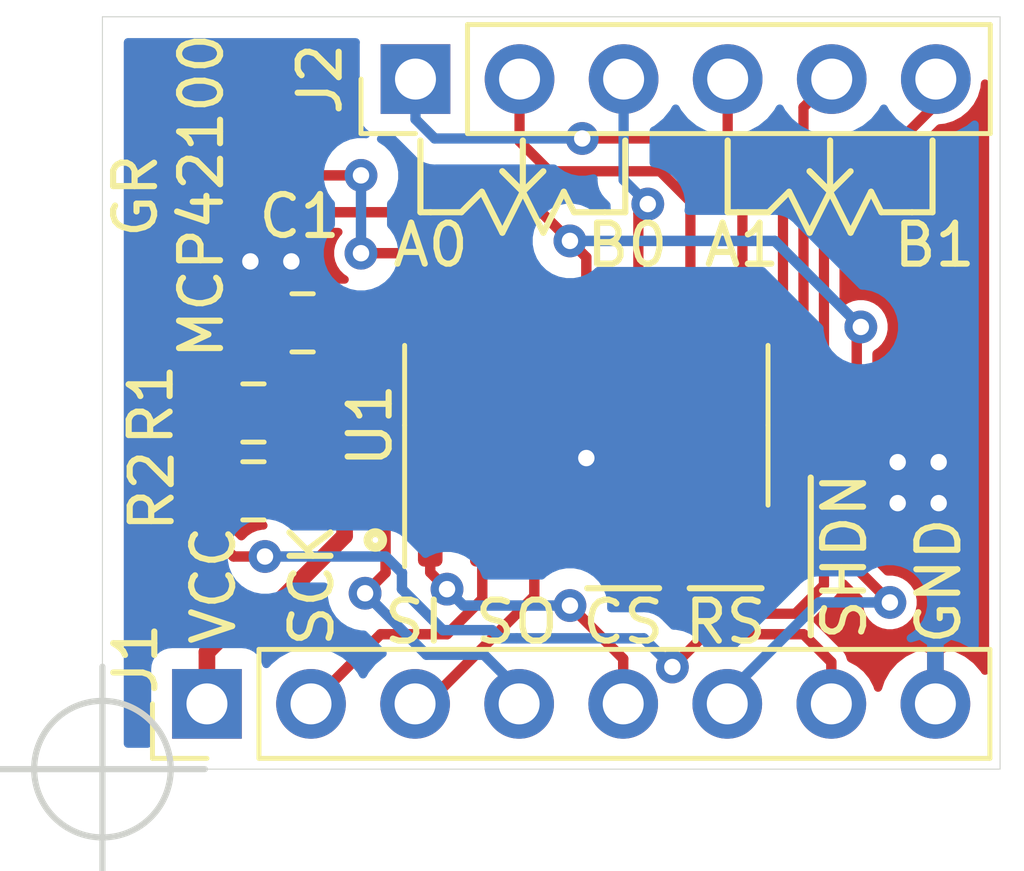
<source format=kicad_pcb>
(kicad_pcb (version 20171130) (host pcbnew "(5.1.2-1)-1")

  (general
    (thickness 1.6)
    (drawings 52)
    (tracks 130)
    (zones 0)
    (modules 6)
    (nets 15)
  )

  (page A4)
  (layers
    (0 F.Cu signal)
    (31 B.Cu signal)
    (32 B.Adhes user hide)
    (33 F.Adhes user hide)
    (34 B.Paste user hide)
    (35 F.Paste user hide)
    (36 B.SilkS user)
    (37 F.SilkS user)
    (38 B.Mask user hide)
    (39 F.Mask user hide)
    (40 Dwgs.User user hide)
    (41 Cmts.User user hide)
    (42 Eco1.User user hide)
    (43 Eco2.User user hide)
    (44 Edge.Cuts user)
    (45 Margin user hide)
    (46 B.CrtYd user hide)
    (47 F.CrtYd user hide)
    (48 B.Fab user hide)
    (49 F.Fab user hide)
  )

  (setup
    (last_trace_width 0.254)
    (user_trace_width 0.2032)
    (user_trace_width 0.254)
    (user_trace_width 0.3048)
    (user_trace_width 0.4064)
    (user_trace_width 0.6096)
    (user_trace_width 1.016)
    (trace_clearance 0.2)
    (zone_clearance 0.381)
    (zone_45_only no)
    (trace_min 0.1524)
    (via_size 0.8)
    (via_drill 0.4)
    (via_min_size 0.658)
    (via_min_drill 0.3)
    (user_via 0.658 0.3)
    (uvia_size 0.3)
    (uvia_drill 0.1)
    (uvias_allowed no)
    (uvia_min_size 0.2)
    (uvia_min_drill 0.1)
    (edge_width 0.15)
    (segment_width 0.2)
    (pcb_text_width 0.3)
    (pcb_text_size 1.5 1.5)
    (mod_edge_width 0.15)
    (mod_text_size 0.8 0.8)
    (mod_text_width 0.15)
    (pad_size 3.200001 3.200001)
    (pad_drill 3.200001)
    (pad_to_mask_clearance 0)
    (aux_axis_origin 109.2 96.364)
    (grid_origin 88.011 136.271)
    (visible_elements FFFFFF7F)
    (pcbplotparams
      (layerselection 0x010f8_ffffffff)
      (usegerberextensions false)
      (usegerberattributes false)
      (usegerberadvancedattributes false)
      (creategerberjobfile false)
      (excludeedgelayer true)
      (linewidth 0.152400)
      (plotframeref false)
      (viasonmask false)
      (mode 1)
      (useauxorigin false)
      (hpglpennumber 1)
      (hpglpenspeed 20)
      (hpglpendiameter 15.000000)
      (psnegative false)
      (psa4output false)
      (plotreference true)
      (plotvalue false)
      (plotinvisibletext false)
      (padsonsilk false)
      (subtractmaskfromsilk false)
      (outputformat 1)
      (mirror false)
      (drillshape 0)
      (scaleselection 1)
      (outputdirectory "Output/"))
  )

  (net 0 "")
  (net 1 GNDREF)
  (net 2 VCC)
  (net 3 /SCK)
  (net 4 /SI)
  (net 5 /SO)
  (net 6 /~CS)
  (net 7 /~RS)
  (net 8 /~SHDN)
  (net 9 /PA0)
  (net 10 /PW0)
  (net 11 /PB0)
  (net 12 /PA1)
  (net 13 /PW1)
  (net 14 /PB1)

  (net_class Default "This is the default net class."
    (clearance 0.2)
    (trace_width 0.25)
    (via_dia 0.8)
    (via_drill 0.4)
    (uvia_dia 0.3)
    (uvia_drill 0.1)
    (add_net /PA0)
    (add_net /PA1)
    (add_net /PB0)
    (add_net /PB1)
    (add_net /PW0)
    (add_net /PW1)
    (add_net /SCK)
    (add_net /SI)
    (add_net /SO)
    (add_net /~CS)
    (add_net /~RS)
    (add_net /~SHDN)
    (add_net GNDREF)
    (add_net VCC)
  )

  (net_class PWR ""
    (clearance 0.254)
    (trace_width 0.508)
    (via_dia 0.8)
    (via_drill 0.4)
    (uvia_dia 0.3)
    (uvia_drill 0.1)
  )

  (net_class Signals ""
    (clearance 0.254)
    (trace_width 0.4064)
    (via_dia 0.8)
    (via_drill 0.4)
    (uvia_dia 0.3)
    (uvia_drill 0.1)
  )

  (module Resistor_SMD:R_0805_2012Metric_Pad1.15x1.40mm_HandSolder (layer F.Cu) (tedit 5B36C52B) (tstamp 63D6F511)
    (at 112.886 89.571 180)
    (descr "Resistor SMD 0805 (2012 Metric), square (rectangular) end terminal, IPC_7351 nominal with elongated pad for handsoldering. (Body size source: https://docs.google.com/spreadsheets/d/1BsfQQcO9C6DZCsRaXUlFlo91Tg2WpOkGARC1WS5S8t0/edit?usp=sharing), generated with kicad-footprint-generator")
    (tags "resistor handsolder")
    (path /60C1BA7F)
    (attr smd)
    (fp_text reference R2 (at 2.475 0 90) (layer F.SilkS)
      (effects (font (size 1 1) (thickness 0.15)))
    )
    (fp_text value 10K (at 0 1.65) (layer F.Fab)
      (effects (font (size 1 1) (thickness 0.15)))
    )
    (fp_text user %R (at 0 0) (layer F.Fab)
      (effects (font (size 0.5 0.5) (thickness 0.08)))
    )
    (fp_line (start 1.85 0.95) (end -1.85 0.95) (layer F.CrtYd) (width 0.05))
    (fp_line (start 1.85 -0.95) (end 1.85 0.95) (layer F.CrtYd) (width 0.05))
    (fp_line (start -1.85 -0.95) (end 1.85 -0.95) (layer F.CrtYd) (width 0.05))
    (fp_line (start -1.85 0.95) (end -1.85 -0.95) (layer F.CrtYd) (width 0.05))
    (fp_line (start -0.261252 0.71) (end 0.261252 0.71) (layer F.SilkS) (width 0.12))
    (fp_line (start -0.261252 -0.71) (end 0.261252 -0.71) (layer F.SilkS) (width 0.12))
    (fp_line (start 1 0.6) (end -1 0.6) (layer F.Fab) (width 0.1))
    (fp_line (start 1 -0.6) (end 1 0.6) (layer F.Fab) (width 0.1))
    (fp_line (start -1 -0.6) (end 1 -0.6) (layer F.Fab) (width 0.1))
    (fp_line (start -1 0.6) (end -1 -0.6) (layer F.Fab) (width 0.1))
    (pad 2 smd roundrect (at 1.025 0 180) (size 1.15 1.4) (layers F.Cu F.Paste F.Mask) (roundrect_rratio 0.217391)
      (net 8 /~SHDN))
    (pad 1 smd roundrect (at -1.025 0 180) (size 1.15 1.4) (layers F.Cu F.Paste F.Mask) (roundrect_rratio 0.217391)
      (net 2 VCC))
    (model ${KISYS3DMOD}/Resistor_SMD.3dshapes/R_0805_2012Metric.wrl
      (at (xyz 0 0 0))
      (scale (xyz 1 1 1))
      (rotate (xyz 0 0 0))
    )
  )

  (module Capacitor_SMD:C_0805_2012Metric_Pad1.15x1.40mm_HandSolder (layer F.Cu) (tedit 5B36C52B) (tstamp 63D6E72C)
    (at 114.086 85.471 180)
    (descr "Capacitor SMD 0805 (2012 Metric), square (rectangular) end terminal, IPC_7351 nominal with elongated pad for handsoldering. (Body size source: https://docs.google.com/spreadsheets/d/1BsfQQcO9C6DZCsRaXUlFlo91Tg2WpOkGARC1WS5S8t0/edit?usp=sharing), generated with kicad-footprint-generator")
    (tags "capacitor handsolder")
    (path /63DC99A3)
    (attr smd)
    (fp_text reference C1 (at 0.075 2.6) (layer F.SilkS)
      (effects (font (size 1 1) (thickness 0.15)))
    )
    (fp_text value 100nF (at 0 1.65) (layer F.Fab)
      (effects (font (size 1 1) (thickness 0.15)))
    )
    (fp_text user %R (at 0 0) (layer F.Fab)
      (effects (font (size 0.5 0.5) (thickness 0.08)))
    )
    (fp_line (start 1.85 0.95) (end -1.85 0.95) (layer F.CrtYd) (width 0.05))
    (fp_line (start 1.85 -0.95) (end 1.85 0.95) (layer F.CrtYd) (width 0.05))
    (fp_line (start -1.85 -0.95) (end 1.85 -0.95) (layer F.CrtYd) (width 0.05))
    (fp_line (start -1.85 0.95) (end -1.85 -0.95) (layer F.CrtYd) (width 0.05))
    (fp_line (start -0.261252 0.71) (end 0.261252 0.71) (layer F.SilkS) (width 0.12))
    (fp_line (start -0.261252 -0.71) (end 0.261252 -0.71) (layer F.SilkS) (width 0.12))
    (fp_line (start 1 0.6) (end -1 0.6) (layer F.Fab) (width 0.1))
    (fp_line (start 1 -0.6) (end 1 0.6) (layer F.Fab) (width 0.1))
    (fp_line (start -1 -0.6) (end 1 -0.6) (layer F.Fab) (width 0.1))
    (fp_line (start -1 0.6) (end -1 -0.6) (layer F.Fab) (width 0.1))
    (pad 2 smd roundrect (at 1.025 0 180) (size 1.15 1.4) (layers F.Cu F.Paste F.Mask) (roundrect_rratio 0.217391)
      (net 1 GNDREF))
    (pad 1 smd roundrect (at -1.025 0 180) (size 1.15 1.4) (layers F.Cu F.Paste F.Mask) (roundrect_rratio 0.217391)
      (net 2 VCC))
    (model ${KISYS3DMOD}/Capacitor_SMD.3dshapes/C_0805_2012Metric.wrl
      (at (xyz 0 0 0))
      (scale (xyz 1 1 1))
      (rotate (xyz 0 0 0))
    )
  )

  (module Connector_PinHeader_2.54mm:PinHeader_1x08_P2.54mm_Vertical (layer F.Cu) (tedit 59FED5CC) (tstamp 6521D8E1)
    (at 111.751 94.771 90)
    (descr "Through hole straight pin header, 1x08, 2.54mm pitch, single row")
    (tags "Through hole pin header THT 1x08 2.54mm single row")
    (path /65230E45)
    (fp_text reference J1 (at 1.1 -1.74 270) (layer F.SilkS)
      (effects (font (size 1 1) (thickness 0.15)))
    )
    (fp_text value Conn_01x08 (at 0 20.11 90) (layer F.Fab)
      (effects (font (size 1 1) (thickness 0.15)))
    )
    (fp_line (start -0.635 -1.27) (end 1.27 -1.27) (layer F.Fab) (width 0.1))
    (fp_line (start 1.27 -1.27) (end 1.27 19.05) (layer F.Fab) (width 0.1))
    (fp_line (start 1.27 19.05) (end -1.27 19.05) (layer F.Fab) (width 0.1))
    (fp_line (start -1.27 19.05) (end -1.27 -0.635) (layer F.Fab) (width 0.1))
    (fp_line (start -1.27 -0.635) (end -0.635 -1.27) (layer F.Fab) (width 0.1))
    (fp_line (start -1.33 19.11) (end 1.33 19.11) (layer F.SilkS) (width 0.12))
    (fp_line (start -1.33 1.27) (end -1.33 19.11) (layer F.SilkS) (width 0.12))
    (fp_line (start 1.33 1.27) (end 1.33 19.11) (layer F.SilkS) (width 0.12))
    (fp_line (start -1.33 1.27) (end 1.33 1.27) (layer F.SilkS) (width 0.12))
    (fp_line (start -1.33 0) (end -1.33 -1.33) (layer F.SilkS) (width 0.12))
    (fp_line (start -1.33 -1.33) (end 0 -1.33) (layer F.SilkS) (width 0.12))
    (fp_line (start -1.8 -1.8) (end -1.8 19.55) (layer F.CrtYd) (width 0.05))
    (fp_line (start -1.8 19.55) (end 1.8 19.55) (layer F.CrtYd) (width 0.05))
    (fp_line (start 1.8 19.55) (end 1.8 -1.8) (layer F.CrtYd) (width 0.05))
    (fp_line (start 1.8 -1.8) (end -1.8 -1.8) (layer F.CrtYd) (width 0.05))
    (fp_text user %R (at 0 8.89) (layer F.Fab)
      (effects (font (size 1 1) (thickness 0.15)))
    )
    (pad 1 thru_hole rect (at 0 0 90) (size 1.7 1.7) (drill 1) (layers *.Cu *.Mask)
      (net 2 VCC))
    (pad 2 thru_hole oval (at 0 2.54 90) (size 1.7 1.7) (drill 1) (layers *.Cu *.Mask)
      (net 3 /SCK))
    (pad 3 thru_hole oval (at 0 5.08 90) (size 1.7 1.7) (drill 1) (layers *.Cu *.Mask)
      (net 4 /SI))
    (pad 4 thru_hole oval (at 0 7.62 90) (size 1.7 1.7) (drill 1) (layers *.Cu *.Mask)
      (net 5 /SO))
    (pad 5 thru_hole oval (at 0 10.16 90) (size 1.7 1.7) (drill 1) (layers *.Cu *.Mask)
      (net 6 /~CS))
    (pad 6 thru_hole oval (at 0 12.7 90) (size 1.7 1.7) (drill 1) (layers *.Cu *.Mask)
      (net 7 /~RS))
    (pad 7 thru_hole oval (at 0 15.24 90) (size 1.7 1.7) (drill 1) (layers *.Cu *.Mask)
      (net 8 /~SHDN))
    (pad 8 thru_hole oval (at 0 17.78 90) (size 1.7 1.7) (drill 1) (layers *.Cu *.Mask)
      (net 1 GNDREF))
    (model ${KISYS3DMOD}/Connector_PinHeader_2.54mm.3dshapes/PinHeader_1x08_P2.54mm_Vertical.wrl
      (at (xyz 0 0 0))
      (scale (xyz 1 1 1))
      (rotate (xyz 0 0 0))
    )
  )

  (module Connector_PinHeader_2.54mm:PinHeader_1x06_P2.54mm_Vertical (layer F.Cu) (tedit 59FED5CC) (tstamp 6521DECF)
    (at 116.841 79.521 90)
    (descr "Through hole straight pin header, 1x06, 2.54mm pitch, single row")
    (tags "Through hole pin header THT 1x06 2.54mm single row")
    (path /6522FCB6)
    (fp_text reference J2 (at 0 -2.33 90) (layer F.SilkS)
      (effects (font (size 1 1) (thickness 0.15)))
    )
    (fp_text value Conn_01x06 (at 0 15.03 90) (layer F.Fab)
      (effects (font (size 1 1) (thickness 0.15)))
    )
    (fp_line (start -0.635 -1.27) (end 1.27 -1.27) (layer F.Fab) (width 0.1))
    (fp_line (start 1.27 -1.27) (end 1.27 13.97) (layer F.Fab) (width 0.1))
    (fp_line (start 1.27 13.97) (end -1.27 13.97) (layer F.Fab) (width 0.1))
    (fp_line (start -1.27 13.97) (end -1.27 -0.635) (layer F.Fab) (width 0.1))
    (fp_line (start -1.27 -0.635) (end -0.635 -1.27) (layer F.Fab) (width 0.1))
    (fp_line (start -1.33 14.03) (end 1.33 14.03) (layer F.SilkS) (width 0.12))
    (fp_line (start -1.33 1.27) (end -1.33 14.03) (layer F.SilkS) (width 0.12))
    (fp_line (start 1.33 1.27) (end 1.33 14.03) (layer F.SilkS) (width 0.12))
    (fp_line (start -1.33 1.27) (end 1.33 1.27) (layer F.SilkS) (width 0.12))
    (fp_line (start -1.33 0) (end -1.33 -1.33) (layer F.SilkS) (width 0.12))
    (fp_line (start -1.33 -1.33) (end 0 -1.33) (layer F.SilkS) (width 0.12))
    (fp_line (start -1.8 -1.8) (end -1.8 14.5) (layer F.CrtYd) (width 0.05))
    (fp_line (start -1.8 14.5) (end 1.8 14.5) (layer F.CrtYd) (width 0.05))
    (fp_line (start 1.8 14.5) (end 1.8 -1.8) (layer F.CrtYd) (width 0.05))
    (fp_line (start 1.8 -1.8) (end -1.8 -1.8) (layer F.CrtYd) (width 0.05))
    (fp_text user %R (at 0 6.35) (layer F.Fab)
      (effects (font (size 1 1) (thickness 0.15)))
    )
    (pad 1 thru_hole rect (at 0 0 90) (size 1.7 1.7) (drill 1) (layers *.Cu *.Mask)
      (net 9 /PA0))
    (pad 2 thru_hole oval (at 0 2.54 90) (size 1.7 1.7) (drill 1) (layers *.Cu *.Mask)
      (net 10 /PW0))
    (pad 3 thru_hole oval (at 0 5.08 90) (size 1.7 1.7) (drill 1) (layers *.Cu *.Mask)
      (net 11 /PB0))
    (pad 4 thru_hole oval (at 0 7.62 90) (size 1.7 1.7) (drill 1) (layers *.Cu *.Mask)
      (net 12 /PA1))
    (pad 5 thru_hole oval (at 0 10.16 90) (size 1.7 1.7) (drill 1) (layers *.Cu *.Mask)
      (net 13 /PW1))
    (pad 6 thru_hole oval (at 0 12.7 90) (size 1.7 1.7) (drill 1) (layers *.Cu *.Mask)
      (net 14 /PB1))
    (model ${KISYS3DMOD}/Connector_PinHeader_2.54mm.3dshapes/PinHeader_1x06_P2.54mm_Vertical.wrl
      (at (xyz 0 0 0))
      (scale (xyz 1 1 1))
      (rotate (xyz 0 0 0))
    )
  )

  (module Resistor_SMD:R_0805_2012Metric_Pad1.15x1.40mm_HandSolder (layer F.Cu) (tedit 5B36C52B) (tstamp 6521D90C)
    (at 112.886 87.671 180)
    (descr "Resistor SMD 0805 (2012 Metric), square (rectangular) end terminal, IPC_7351 nominal with elongated pad for handsoldering. (Body size source: https://docs.google.com/spreadsheets/d/1BsfQQcO9C6DZCsRaXUlFlo91Tg2WpOkGARC1WS5S8t0/edit?usp=sharing), generated with kicad-footprint-generator")
    (tags "resistor handsolder")
    (path /65229862)
    (attr smd)
    (fp_text reference R1 (at 2.5 0.2 270) (layer F.SilkS)
      (effects (font (size 1 1) (thickness 0.15)))
    )
    (fp_text value 10K (at 0 1.65) (layer F.Fab)
      (effects (font (size 1 1) (thickness 0.15)))
    )
    (fp_line (start -1 0.6) (end -1 -0.6) (layer F.Fab) (width 0.1))
    (fp_line (start -1 -0.6) (end 1 -0.6) (layer F.Fab) (width 0.1))
    (fp_line (start 1 -0.6) (end 1 0.6) (layer F.Fab) (width 0.1))
    (fp_line (start 1 0.6) (end -1 0.6) (layer F.Fab) (width 0.1))
    (fp_line (start -0.261252 -0.71) (end 0.261252 -0.71) (layer F.SilkS) (width 0.12))
    (fp_line (start -0.261252 0.71) (end 0.261252 0.71) (layer F.SilkS) (width 0.12))
    (fp_line (start -1.85 0.95) (end -1.85 -0.95) (layer F.CrtYd) (width 0.05))
    (fp_line (start -1.85 -0.95) (end 1.85 -0.95) (layer F.CrtYd) (width 0.05))
    (fp_line (start 1.85 -0.95) (end 1.85 0.95) (layer F.CrtYd) (width 0.05))
    (fp_line (start 1.85 0.95) (end -1.85 0.95) (layer F.CrtYd) (width 0.05))
    (fp_text user %R (at 0 0) (layer F.Fab)
      (effects (font (size 0.5 0.5) (thickness 0.08)))
    )
    (pad 1 smd roundrect (at -1.025 0 180) (size 1.15 1.4) (layers F.Cu F.Paste F.Mask) (roundrect_rratio 0.217391)
      (net 2 VCC))
    (pad 2 smd roundrect (at 1.025 0 180) (size 1.15 1.4) (layers F.Cu F.Paste F.Mask) (roundrect_rratio 0.217391)
      (net 7 /~RS))
    (model ${KISYS3DMOD}/Resistor_SMD.3dshapes/R_0805_2012Metric.wrl
      (at (xyz 0 0 0))
      (scale (xyz 1 1 1))
      (rotate (xyz 0 0 0))
    )
  )

  (module Package_SO:SOIC-14_3.9x8.7mm_P1.27mm (layer F.Cu) (tedit 5C97300E) (tstamp 6521DC2E)
    (at 121.011 87.971 90)
    (descr "SOIC, 14 Pin (JEDEC MS-012AB, https://www.analog.com/media/en/package-pcb-resources/package/pkg_pdf/soic_narrow-r/r_14.pdf), generated with kicad-footprint-generator ipc_gullwing_generator.py")
    (tags "SOIC SO")
    (path /6521A53A)
    (attr smd)
    (fp_text reference U1 (at 0 -5.28 90) (layer F.SilkS)
      (effects (font (size 1 1) (thickness 0.15)))
    )
    (fp_text value MCP42100 (at 0 5.28 90) (layer F.Fab)
      (effects (font (size 1 1) (thickness 0.15)))
    )
    (fp_line (start 0 4.435) (end 1.95 4.435) (layer F.SilkS) (width 0.12))
    (fp_line (start 0 4.435) (end -1.95 4.435) (layer F.SilkS) (width 0.12))
    (fp_line (start 0 -4.435) (end 1.95 -4.435) (layer F.SilkS) (width 0.12))
    (fp_line (start 0 -4.435) (end -3.45 -4.435) (layer F.SilkS) (width 0.12))
    (fp_line (start -0.975 -4.325) (end 1.95 -4.325) (layer F.Fab) (width 0.1))
    (fp_line (start 1.95 -4.325) (end 1.95 4.325) (layer F.Fab) (width 0.1))
    (fp_line (start 1.95 4.325) (end -1.95 4.325) (layer F.Fab) (width 0.1))
    (fp_line (start -1.95 4.325) (end -1.95 -3.35) (layer F.Fab) (width 0.1))
    (fp_line (start -1.95 -3.35) (end -0.975 -4.325) (layer F.Fab) (width 0.1))
    (fp_line (start -3.7 -4.58) (end -3.7 4.58) (layer F.CrtYd) (width 0.05))
    (fp_line (start -3.7 4.58) (end 3.7 4.58) (layer F.CrtYd) (width 0.05))
    (fp_line (start 3.7 4.58) (end 3.7 -4.58) (layer F.CrtYd) (width 0.05))
    (fp_line (start 3.7 -4.58) (end -3.7 -4.58) (layer F.CrtYd) (width 0.05))
    (fp_text user %R (at 0 0 90) (layer F.Fab)
      (effects (font (size 0.98 0.98) (thickness 0.15)))
    )
    (pad 1 smd roundrect (at -2.475 -3.81 90) (size 1.95 0.6) (layers F.Cu F.Paste F.Mask) (roundrect_rratio 0.25)
      (net 6 /~CS))
    (pad 2 smd roundrect (at -2.475 -2.54 90) (size 1.95 0.6) (layers F.Cu F.Paste F.Mask) (roundrect_rratio 0.25)
      (net 3 /SCK))
    (pad 3 smd roundrect (at -2.475 -1.27 90) (size 1.95 0.6) (layers F.Cu F.Paste F.Mask) (roundrect_rratio 0.25)
      (net 4 /SI))
    (pad 4 smd roundrect (at -2.475 0 90) (size 1.95 0.6) (layers F.Cu F.Paste F.Mask) (roundrect_rratio 0.25)
      (net 1 GNDREF))
    (pad 5 smd roundrect (at -2.475 1.27 90) (size 1.95 0.6) (layers F.Cu F.Paste F.Mask) (roundrect_rratio 0.25)
      (net 14 /PB1))
    (pad 6 smd roundrect (at -2.475 2.54 90) (size 1.95 0.6) (layers F.Cu F.Paste F.Mask) (roundrect_rratio 0.25)
      (net 13 /PW1))
    (pad 7 smd roundrect (at -2.475 3.81 90) (size 1.95 0.6) (layers F.Cu F.Paste F.Mask) (roundrect_rratio 0.25)
      (net 12 /PA1))
    (pad 8 smd roundrect (at 2.475 3.81 90) (size 1.95 0.6) (layers F.Cu F.Paste F.Mask) (roundrect_rratio 0.25)
      (net 9 /PA0))
    (pad 9 smd roundrect (at 2.475 2.54 90) (size 1.95 0.6) (layers F.Cu F.Paste F.Mask) (roundrect_rratio 0.25)
      (net 10 /PW0))
    (pad 10 smd roundrect (at 2.475 1.27 90) (size 1.95 0.6) (layers F.Cu F.Paste F.Mask) (roundrect_rratio 0.25)
      (net 11 /PB0))
    (pad 11 smd roundrect (at 2.475 0 90) (size 1.95 0.6) (layers F.Cu F.Paste F.Mask) (roundrect_rratio 0.25)
      (net 7 /~RS))
    (pad 12 smd roundrect (at 2.475 -1.27 90) (size 1.95 0.6) (layers F.Cu F.Paste F.Mask) (roundrect_rratio 0.25)
      (net 8 /~SHDN))
    (pad 13 smd roundrect (at 2.475 -2.54 90) (size 1.95 0.6) (layers F.Cu F.Paste F.Mask) (roundrect_rratio 0.25)
      (net 5 /SO))
    (pad 14 smd roundrect (at 2.475 -3.81 90) (size 1.95 0.6) (layers F.Cu F.Paste F.Mask) (roundrect_rratio 0.25)
      (net 2 VCC))
    (model ${KISYS3DMOD}/Package_SO.3dshapes/SOIC-14_3.9x8.7mm_P1.27mm.wrl
      (at (xyz 0 0 0))
      (scale (xyz 1 1 1))
      (rotate (xyz 0 0 0))
    )
  )

  (gr_text B1 (at 129.511 83.571) (layer F.SilkS) (tstamp 6521E36D)
    (effects (font (size 1 1) (thickness 0.15)))
  )
  (gr_text A1 (at 124.811 83.571) (layer F.SilkS) (tstamp 6521E354)
    (effects (font (size 1 1) (thickness 0.15)))
  )
  (gr_text B0 (at 122.011 83.571) (layer F.SilkS) (tstamp 6521E348)
    (effects (font (size 1 1) (thickness 0.15)))
  )
  (gr_text A0 (at 117.211 83.571) (layer F.SilkS) (tstamp 6521E33E)
    (effects (font (size 1 1) (thickness 0.15)))
  )
  (gr_text VCC (at 111.911 91.871 90) (layer F.SilkS) (tstamp 6521E332)
    (effects (font (size 1 1) (thickness 0.15)))
  )
  (gr_text SCK (at 114.311 91.871 90) (layer F.SilkS) (tstamp 6521E32D)
    (effects (font (size 1 1) (thickness 0.15)))
  )
  (gr_text SI (at 116.811 92.771) (layer F.SilkS) (tstamp 6521E329)
    (effects (font (size 1 1) (thickness 0.15)))
  )
  (gr_text SO (at 119.311 92.771) (layer F.SilkS) (tstamp 6521E325)
    (effects (font (size 1 1) (thickness 0.15)))
  )
  (gr_text ~CS (at 121.911 92.771) (layer F.SilkS) (tstamp 6521E321)
    (effects (font (size 1 1) (thickness 0.15)))
  )
  (gr_text ~RS (at 124.411 92.771) (layer F.SilkS) (tstamp 6521E28A)
    (effects (font (size 1 1) (thickness 0.15)))
  )
  (gr_line (start 124.711 82.771) (end 125.461 82.771) (layer F.SilkS) (width 0.15) (tstamp 6521DF5F))
  (gr_line (start 125.961 82.271) (end 126.461 83.271) (layer F.SilkS) (width 0.15) (tstamp 6521DF5E))
  (gr_line (start 126.461 83.271) (end 126.961 82.271) (layer F.SilkS) (width 0.15) (tstamp 6521DF5D))
  (gr_line (start 124.711 82.771) (end 124.461 82.771) (layer F.SilkS) (width 0.15) (tstamp 6521DF5C))
  (gr_line (start 127.961 82.271) (end 128.211 82.771) (layer F.SilkS) (width 0.15) (tstamp 6521DF5B))
  (gr_line (start 128.961 82.771) (end 129.461 82.771) (layer F.SilkS) (width 0.15) (tstamp 6521DF5A))
  (gr_line (start 124.461 81.021) (end 124.461 82.771) (layer F.SilkS) (width 0.15) (tstamp 6521DF59))
  (gr_line (start 126.961 82.271) (end 126.461 81.771) (layer F.SilkS) (width 0.15) (tstamp 6521DF58))
  (gr_line (start 126.961 82.271) (end 126.961 81.021) (layer F.SilkS) (width 0.15) (tstamp 6521DF57))
  (gr_line (start 126.961 82.271) (end 127.461 81.771) (layer F.SilkS) (width 0.15) (tstamp 6521DF56))
  (gr_line (start 126.461 81.771) (end 126.961 82.271) (layer F.SilkS) (width 0.15) (tstamp 6521DF55))
  (gr_line (start 127.461 83.271) (end 127.961 82.271) (layer F.SilkS) (width 0.15) (tstamp 6521DF54))
  (gr_line (start 126.961 82.271) (end 127.461 83.271) (layer F.SilkS) (width 0.15) (tstamp 6521DF53))
  (gr_line (start 128.211 82.771) (end 128.961 82.771) (layer F.SilkS) (width 0.15) (tstamp 6521DF52))
  (gr_line (start 125.461 82.771) (end 125.961 82.271) (layer F.SilkS) (width 0.15) (tstamp 6521DF51))
  (gr_line (start 129.461 82.771) (end 129.461 81.021) (layer F.SilkS) (width 0.15) (tstamp 6521DF50))
  (gr_line (start 119.461 82.271) (end 119.461 81.021) (layer F.SilkS) (width 0.15))
  (gr_line (start 119.461 82.271) (end 119.961 81.771) (layer F.SilkS) (width 0.15))
  (gr_line (start 118.961 81.771) (end 119.461 82.271) (layer F.SilkS) (width 0.15) (tstamp 6521DE82))
  (gr_line (start 119.461 82.271) (end 118.961 81.771) (layer F.SilkS) (width 0.15))
  (gr_line (start 121.961 82.771) (end 121.961 81.021) (layer F.SilkS) (width 0.15))
  (gr_line (start 121.461 82.771) (end 121.961 82.771) (layer F.SilkS) (width 0.15))
  (gr_line (start 117.211 82.771) (end 116.961 82.771) (layer F.SilkS) (width 0.15) (tstamp 6521DE81))
  (gr_line (start 120.711 82.771) (end 121.461 82.771) (layer F.SilkS) (width 0.15))
  (gr_line (start 120.461 82.271) (end 120.711 82.771) (layer F.SilkS) (width 0.15))
  (gr_line (start 119.961 83.271) (end 120.461 82.271) (layer F.SilkS) (width 0.15))
  (gr_line (start 119.461 82.271) (end 119.961 83.271) (layer F.SilkS) (width 0.15))
  (gr_line (start 118.961 83.271) (end 119.461 82.271) (layer F.SilkS) (width 0.15))
  (gr_line (start 118.461 82.271) (end 118.961 83.271) (layer F.SilkS) (width 0.15))
  (gr_line (start 117.961 82.771) (end 118.461 82.271) (layer F.SilkS) (width 0.15))
  (gr_line (start 117.211 82.771) (end 117.961 82.771) (layer F.SilkS) (width 0.15))
  (gr_line (start 116.961 81.021) (end 116.961 82.771) (layer F.SilkS) (width 0.15))
  (target plus (at 109.2 96.364) (size 5) (width 0.15) (layer Edge.Cuts))
  (gr_text ~SHDN (at 127.311 91.171 90) (layer F.SilkS) (tstamp 63D72BC4)
    (effects (font (size 1 1) (thickness 0.15)))
  )
  (gr_circle (center 115.861 90.771) (end 116.011 90.921) (layer F.SilkS) (width 0.15) (tstamp 63D6FEB8))
  (gr_circle (center 115.861 90.771) (end 115.911 90.821) (layer F.SilkS) (width 0.15) (tstamp 63D6FEB7))
  (gr_text GND (at 129.611 91.771 90) (layer F.SilkS) (tstamp 626843F8)
    (effects (font (size 1 1) (thickness 0.15)))
  )
  (gr_text "GR\nMCP42100" (at 110.811 82.371 90) (layer F.SilkS) (tstamp 5D561778)
    (effects (font (size 1 1) (thickness 0.15)))
  )
  (gr_line (start 109.2 96.364) (end 109.2 78) (layer Edge.Cuts) (width 0.0254) (tstamp 63D6F15C))
  (gr_line (start 131.11 96.364) (end 109.2 96.364) (layer Edge.Cuts) (width 0.0254))
  (gr_line (start 131.11 78) (end 131.11 96.364) (layer Edge.Cuts) (width 0.0254))
  (gr_line (start 109.2 78) (end 131.11 78) (layer Edge.Cuts) (width 0.0254) (tstamp 61116030))

  (via (at 121.011 88.771) (size 0.8) (drill 0.4) (layers F.Cu B.Cu) (net 1))
  (via (at 112.811 83.971) (size 0.8) (drill 0.4) (layers F.Cu B.Cu) (net 1))
  (via (at 113.811 83.971) (size 0.8) (drill 0.4) (layers F.Cu B.Cu) (net 1))
  (via (at 128.611 89.871) (size 0.8) (drill 0.4) (layers F.Cu B.Cu) (net 1))
  (via (at 129.611 89.871) (size 0.8) (drill 0.4) (layers F.Cu B.Cu) (net 1))
  (via (at 128.611 88.871) (size 0.8) (drill 0.4) (layers F.Cu B.Cu) (net 1))
  (via (at 129.611 88.871) (size 0.8) (drill 0.4) (layers F.Cu B.Cu) (net 1))
  (segment (start 117.176 85.471) (end 117.201 85.496) (width 0.4064) (layer F.Cu) (net 2))
  (segment (start 115.111 85.471) (end 117.176 85.471) (width 0.4064) (layer F.Cu) (net 2))
  (segment (start 111.751 94.771) (end 111.751 94.031) (width 0.4064) (layer F.Cu) (net 2))
  (segment (start 112.978673 92.803327) (end 115.111 90.671) (width 0.4064) (layer F.Cu) (net 2))
  (segment (start 112.457554 92.803327) (end 112.978673 92.803327) (width 0.4064) (layer F.Cu) (net 2))
  (segment (start 111.751 93.509881) (end 112.457554 92.803327) (width 0.4064) (layer F.Cu) (net 2))
  (segment (start 111.751 94.771) (end 111.751 93.509881) (width 0.4064) (layer F.Cu) (net 2))
  (segment (start 115.111 87.471) (end 115.111 85.471) (width 0.4064) (layer F.Cu) (net 2))
  (segment (start 114.911 87.671) (end 115.111 87.471) (width 0.4064) (layer F.Cu) (net 2))
  (segment (start 113.911 87.671) (end 114.911 87.671) (width 0.4064) (layer F.Cu) (net 2))
  (segment (start 114.911 89.571) (end 115.111 89.371) (width 0.4064) (layer F.Cu) (net 2))
  (segment (start 113.911 89.571) (end 114.911 89.571) (width 0.4064) (layer F.Cu) (net 2))
  (segment (start 115.111 89.371) (end 115.111 87.471) (width 0.4064) (layer F.Cu) (net 2))
  (segment (start 115.111 90.671) (end 115.111 89.371) (width 0.4064) (layer F.Cu) (net 2))
  (segment (start 118.471 90.446) (end 118.471 92.211) (width 0.254) (layer F.Cu) (net 3))
  (segment (start 118.471 92.211) (end 117.611 93.071) (width 0.254) (layer F.Cu) (net 3))
  (segment (start 115.991 93.071) (end 114.291 94.771) (width 0.254) (layer F.Cu) (net 3))
  (segment (start 117.611 93.071) (end 115.991 93.071) (width 0.254) (layer F.Cu) (net 3))
  (segment (start 119.741 90.446) (end 119.741 92.141) (width 0.254) (layer F.Cu) (net 4))
  (segment (start 117.111 94.771) (end 116.831 94.771) (width 0.254) (layer F.Cu) (net 4))
  (segment (start 119.741 92.141) (end 117.111 94.771) (width 0.254) (layer F.Cu) (net 4))
  (via (at 115.611 92.071) (size 0.8) (drill 0.4) (layers F.Cu B.Cu) (net 5))
  (segment (start 118.471 86.911) (end 118.471 85.496) (width 0.254) (layer F.Cu) (net 5))
  (segment (start 118.011 87.371) (end 118.471 86.911) (width 0.254) (layer F.Cu) (net 5))
  (segment (start 116.711 87.371) (end 118.011 87.371) (width 0.254) (layer F.Cu) (net 5))
  (segment (start 116.111 87.971) (end 116.711 87.371) (width 0.254) (layer F.Cu) (net 5))
  (segment (start 116.111 91.571) (end 116.111 87.971) (width 0.254) (layer F.Cu) (net 5))
  (segment (start 115.611 92.071) (end 116.111 91.571) (width 0.254) (layer F.Cu) (net 5))
  (segment (start 117.111 93.571) (end 115.611 92.071) (width 0.254) (layer B.Cu) (net 5))
  (segment (start 118.511 93.571) (end 117.111 93.571) (width 0.254) (layer B.Cu) (net 5))
  (segment (start 119.371 94.431) (end 118.511 93.571) (width 0.254) (layer B.Cu) (net 5))
  (segment (start 119.371 94.771) (end 119.371 94.431) (width 0.254) (layer B.Cu) (net 5))
  (via (at 117.611 91.971) (size 0.8) (drill 0.4) (layers F.Cu B.Cu) (net 6))
  (segment (start 117.201 91.561) (end 117.611 91.971) (width 0.254) (layer F.Cu) (net 6))
  (segment (start 117.201 90.446) (end 117.201 91.561) (width 0.254) (layer F.Cu) (net 6))
  (segment (start 118.011 92.371) (end 120.611 92.371) (width 0.254) (layer B.Cu) (net 6))
  (via (at 120.611 92.371) (size 0.8) (drill 0.4) (layers F.Cu B.Cu) (net 6))
  (segment (start 117.611 91.971) (end 118.011 92.371) (width 0.254) (layer B.Cu) (net 6))
  (segment (start 121.911 93.671) (end 121.911 94.771) (width 0.254) (layer F.Cu) (net 6))
  (segment (start 120.611 92.371) (end 121.911 93.671) (width 0.254) (layer F.Cu) (net 6))
  (segment (start 124.451 94.771) (end 124.451 94.731) (width 0.254) (layer F.Cu) (net 7))
  (segment (start 111.914425 83.567575) (end 111.914425 87.667999) (width 0.254) (layer F.Cu) (net 7))
  (segment (start 112.711 82.771) (end 111.914425 83.567575) (width 0.254) (layer F.Cu) (net 7))
  (segment (start 119.911 82.771) (end 112.711 82.771) (width 0.254) (layer F.Cu) (net 7))
  (segment (start 121.011 85.496) (end 121.011 83.871) (width 0.254) (layer F.Cu) (net 7))
  (segment (start 124.451 94.771) (end 124.451 94.531) (width 0.254) (layer B.Cu) (net 7))
  (via (at 128.419733 92.29466) (size 0.8) (drill 0.4) (layers F.Cu B.Cu) (net 7))
  (segment (start 126.68734 92.29466) (end 128.419733 92.29466) (width 0.254) (layer B.Cu) (net 7))
  (segment (start 124.451 94.531) (end 126.68734 92.29466) (width 0.254) (layer B.Cu) (net 7))
  (segment (start 128.419733 92.29466) (end 128.419733 92.279733) (width 0.254) (layer F.Cu) (net 7))
  (segment (start 128.419733 92.279733) (end 127.611 91.471) (width 0.254) (layer F.Cu) (net 7))
  (via (at 127.711 85.571) (size 0.8) (drill 0.4) (layers F.Cu B.Cu) (net 7))
  (segment (start 127.611 85.671) (end 127.711 85.571) (width 0.254) (layer F.Cu) (net 7))
  (segment (start 127.611 91.471) (end 127.611 85.671) (width 0.254) (layer F.Cu) (net 7))
  (segment (start 125.611 83.471) (end 120.611 83.471) (width 0.254) (layer B.Cu) (net 7))
  (segment (start 127.711 85.571) (end 125.611 83.471) (width 0.254) (layer B.Cu) (net 7))
  (segment (start 120.611 83.471) (end 119.911 82.771) (width 0.254) (layer F.Cu) (net 7))
  (via (at 120.611 83.471) (size 0.8) (drill 0.4) (layers F.Cu B.Cu) (net 7))
  (segment (start 121.011 83.871) (end 120.611 83.471) (width 0.254) (layer F.Cu) (net 7))
  (segment (start 119.741 85.496) (end 119.741 84.201) (width 0.254) (layer F.Cu) (net 8))
  (via (at 115.511 83.771) (size 0.8) (drill 0.4) (layers F.Cu B.Cu) (net 8))
  (segment (start 119.311 83.771) (end 115.511 83.771) (width 0.254) (layer F.Cu) (net 8))
  (segment (start 119.741 84.201) (end 119.311 83.771) (width 0.254) (layer F.Cu) (net 8))
  (via (at 115.511 81.871) (size 0.8) (drill 0.4) (layers F.Cu B.Cu) (net 8))
  (segment (start 115.511 83.771) (end 115.511 81.871) (width 0.254) (layer B.Cu) (net 8))
  (segment (start 115.511 81.871) (end 111.611 81.871) (width 0.254) (layer F.Cu) (net 8))
  (segment (start 111.611 81.871) (end 110.684598 82.797402) (width 0.254) (layer F.Cu) (net 8))
  (segment (start 110.684598 82.797402) (end 110.684598 88.987056) (width 0.254) (layer F.Cu) (net 8))
  (segment (start 111.259568 89.562026) (end 112.020791 89.562026) (width 0.254) (layer F.Cu) (net 8))
  (segment (start 110.684598 88.987056) (end 111.259568 89.562026) (width 0.254) (layer F.Cu) (net 8))
  (segment (start 126.991 94.771) (end 126.991 93.751) (width 0.254) (layer F.Cu) (net 8))
  (segment (start 126.991 93.751) (end 126.311 93.071) (width 0.254) (layer F.Cu) (net 8))
  (via (at 123.111 93.871) (size 0.8) (drill 0.4) (layers F.Cu B.Cu) (net 8))
  (segment (start 123.911 93.071) (end 123.111 93.871) (width 0.254) (layer F.Cu) (net 8))
  (segment (start 126.311 93.071) (end 123.911 93.071) (width 0.254) (layer F.Cu) (net 8))
  (segment (start 123.111 93.871) (end 122.411 93.171) (width 0.254) (layer B.Cu) (net 8))
  (segment (start 122.411 93.171) (end 119.311 93.171) (width 0.254) (layer B.Cu) (net 8))
  (segment (start 119.311 93.171) (end 118.911 93.171) (width 0.254) (layer B.Cu) (net 8))
  (segment (start 118.911 93.171) (end 118.711 92.971) (width 0.254) (layer B.Cu) (net 8))
  (segment (start 118.711 92.971) (end 117.511 92.971) (width 0.254) (layer B.Cu) (net 8))
  (segment (start 117.511 92.971) (end 116.511 91.971) (width 0.254) (layer B.Cu) (net 8))
  (segment (start 116.511 91.971) (end 116.511 91.571) (width 0.254) (layer B.Cu) (net 8))
  (segment (start 116.113443 91.173443) (end 113.167497 91.173443) (width 0.254) (layer B.Cu) (net 8))
  (via (at 113.167497 91.173443) (size 0.8) (drill 0.4) (layers F.Cu B.Cu) (net 8))
  (segment (start 116.511 91.571) (end 116.113443 91.173443) (width 0.254) (layer B.Cu) (net 8))
  (segment (start 113.167497 91.173443) (end 112.401146 91.173443) (width 0.254) (layer F.Cu) (net 8))
  (segment (start 112.020791 90.793088) (end 112.020791 89.562026) (width 0.254) (layer F.Cu) (net 8))
  (segment (start 112.401146 91.173443) (end 112.020791 90.793088) (width 0.254) (layer F.Cu) (net 8))
  (via (at 120.911 80.971) (size 0.8) (drill 0.4) (layers F.Cu B.Cu) (net 9))
  (segment (start 120.911 80.971) (end 117.311 80.971) (width 0.25) (layer B.Cu) (net 9))
  (segment (start 116.841 80.501) (end 116.841 79.521) (width 0.25) (layer B.Cu) (net 9))
  (segment (start 117.311 80.971) (end 116.841 80.501) (width 0.25) (layer B.Cu) (net 9))
  (segment (start 123.111 80.971) (end 120.911 80.971) (width 0.25) (layer F.Cu) (net 9))
  (segment (start 124.821 82.681) (end 123.111 80.971) (width 0.25) (layer F.Cu) (net 9))
  (segment (start 124.821 85.496) (end 124.821 82.681) (width 0.25) (layer F.Cu) (net 9))
  (segment (start 119.381 81.041) (end 119.381 79.521) (width 0.25) (layer F.Cu) (net 10))
  (segment (start 120.111 81.771) (end 119.381 81.041) (width 0.25) (layer F.Cu) (net 10))
  (segment (start 123.551 82.511) (end 122.811 81.771) (width 0.25) (layer F.Cu) (net 10))
  (segment (start 122.811 81.771) (end 120.111 81.771) (width 0.25) (layer F.Cu) (net 10))
  (segment (start 123.551 85.496) (end 123.551 82.511) (width 0.25) (layer F.Cu) (net 10))
  (segment (start 121.921 81.981) (end 121.921 79.521) (width 0.25) (layer B.Cu) (net 11))
  (segment (start 122.511 82.571) (end 121.921 81.981) (width 0.25) (layer B.Cu) (net 11))
  (via (at 122.511 82.571) (size 0.8) (drill 0.4) (layers F.Cu B.Cu) (net 11))
  (segment (start 122.281 82.801) (end 122.281 85.496) (width 0.25) (layer F.Cu) (net 11))
  (segment (start 122.511 82.571) (end 122.281 82.801) (width 0.25) (layer F.Cu) (net 11))
  (segment (start 124.821 90.446) (end 125.336 90.446) (width 0.25) (layer F.Cu) (net 12))
  (segment (start 125.336 90.446) (end 125.811 89.971) (width 0.25) (layer F.Cu) (net 12))
  (segment (start 125.811 89.971) (end 125.811 82.771) (width 0.25) (layer F.Cu) (net 12))
  (segment (start 124.461 81.421) (end 124.461 79.521) (width 0.25) (layer F.Cu) (net 12))
  (segment (start 125.811 82.771) (end 124.461 81.421) (width 0.25) (layer F.Cu) (net 12))
  (segment (start 123.551 90.446) (end 123.551 91.611) (width 0.25) (layer F.Cu) (net 13))
  (segment (start 123.551 91.611) (end 124.011 92.071) (width 0.25) (layer F.Cu) (net 13))
  (segment (start 124.011 92.071) (end 125.711 92.071) (width 0.25) (layer F.Cu) (net 13))
  (segment (start 125.711 92.071) (end 126.311 91.471) (width 0.25) (layer F.Cu) (net 13))
  (segment (start 126.311 80.211) (end 127.001 79.521) (width 0.25) (layer F.Cu) (net 13))
  (segment (start 126.311 91.471) (end 126.311 80.211) (width 0.25) (layer F.Cu) (net 13))
  (segment (start 122.281 90.446) (end 122.281 91.341) (width 0.25) (layer F.Cu) (net 14))
  (segment (start 122.281 91.341) (end 123.511 92.571) (width 0.25) (layer F.Cu) (net 14))
  (segment (start 123.511 92.571) (end 126.111 92.571) (width 0.25) (layer F.Cu) (net 14))
  (segment (start 126.111 92.571) (end 126.811 91.871) (width 0.25) (layer F.Cu) (net 14))
  (segment (start 126.811 91.871) (end 126.811 82.871) (width 0.25) (layer F.Cu) (net 14))
  (segment (start 129.541 80.141) (end 129.541 79.521) (width 0.25) (layer F.Cu) (net 14))
  (segment (start 126.811 82.871) (end 129.541 80.141) (width 0.25) (layer F.Cu) (net 14))

  (zone (net 1) (net_name GNDREF) (layer F.Cu) (tstamp 63D7D2DD) (hatch edge 0.508)
    (connect_pads (clearance 0.254))
    (min_thickness 0.2032)
    (fill yes (arc_segments 32) (thermal_gap 0.508) (thermal_bridge_width 0.4064))
    (polygon
      (pts
        (xy 108.710627 77.655857) (xy 131.340275 77.627525) (xy 131.528322 96.972111) (xy 108.911374 96.886143)
      )
    )
    (filled_polygon
      (pts
        (xy 130.741701 93.962392) (xy 130.719413 93.92358) (xy 130.531255 93.708015) (xy 130.304657 93.5333) (xy 130.048328 93.406149)
        (xy 129.859127 93.34876) (xy 129.6326 93.467754) (xy 129.6326 94.6694) (xy 129.6526 94.6694) (xy 129.6526 94.8726)
        (xy 129.6326 94.8726) (xy 129.6326 94.8926) (xy 129.4294 94.8926) (xy 129.4294 94.8726) (xy 129.4094 94.8726)
        (xy 129.4094 94.6694) (xy 129.4294 94.6694) (xy 129.4294 93.467754) (xy 129.202873 93.34876) (xy 129.013672 93.406149)
        (xy 128.757343 93.5333) (xy 128.530745 93.708015) (xy 128.342587 93.92358) (xy 128.200099 94.171711) (xy 128.131148 94.3764)
        (xy 128.110218 94.307405) (xy 127.99827 94.097964) (xy 127.847612 93.914388) (xy 127.664036 93.76373) (xy 127.466806 93.658309)
        (xy 127.466617 93.656394) (xy 127.439022 93.565423) (xy 127.394209 93.481585) (xy 127.333901 93.408099) (xy 127.315482 93.392983)
        (xy 126.669017 92.746518) (xy 126.653901 92.728099) (xy 126.642735 92.718935) (xy 127.13414 92.227531) (xy 127.15248 92.21248)
        (xy 127.190948 92.165606) (xy 127.212537 92.1393) (xy 127.257164 92.055809) (xy 127.257165 92.055806) (xy 127.284646 91.965214)
        (xy 127.2916 91.894607) (xy 127.2916 91.894605) (xy 127.293925 91.871001) (xy 127.2916 91.847397) (xy 127.2916 91.834099)
        (xy 127.666391 92.20889) (xy 127.664133 92.22024) (xy 127.664133 92.36908) (xy 127.69317 92.51506) (xy 127.750129 92.652571)
        (xy 127.83282 92.776327) (xy 127.938066 92.881573) (xy 128.061822 92.964264) (xy 128.199333 93.021223) (xy 128.345313 93.05026)
        (xy 128.494153 93.05026) (xy 128.640133 93.021223) (xy 128.777644 92.964264) (xy 128.9014 92.881573) (xy 129.006646 92.776327)
        (xy 129.089337 92.652571) (xy 129.146296 92.51506) (xy 129.175333 92.36908) (xy 129.175333 92.22024) (xy 129.146296 92.07426)
        (xy 129.089337 91.936749) (xy 129.006646 91.812993) (xy 128.9014 91.707747) (xy 128.777644 91.625056) (xy 128.640133 91.568097)
        (xy 128.494153 91.53906) (xy 128.361559 91.53906) (xy 128.0936 91.271101) (xy 128.0936 86.224107) (xy 128.192667 86.157913)
        (xy 128.297913 86.052667) (xy 128.380604 85.928911) (xy 128.437563 85.7914) (xy 128.4666 85.64542) (xy 128.4666 85.49658)
        (xy 128.437563 85.3506) (xy 128.380604 85.213089) (xy 128.297913 85.089333) (xy 128.192667 84.984087) (xy 128.068911 84.901396)
        (xy 127.9314 84.844437) (xy 127.78542 84.8154) (xy 127.63658 84.8154) (xy 127.4906 84.844437) (xy 127.353089 84.901396)
        (xy 127.2916 84.942482) (xy 127.2916 83.07007) (xy 129.638878 80.722793) (xy 129.777339 80.709156) (xy 130.004595 80.640218)
        (xy 130.214036 80.52827) (xy 130.397612 80.377612) (xy 130.54827 80.194036) (xy 130.660218 79.984595) (xy 130.729156 79.757339)
        (xy 130.7417 79.629975)
      )
    )
    (filled_polygon
      (pts
        (xy 114.924087 83.289333) (xy 114.841396 83.413089) (xy 114.784437 83.5506) (xy 114.7554 83.69658) (xy 114.7554 83.84542)
        (xy 114.784437 83.9914) (xy 114.841396 84.128911) (xy 114.924087 84.252667) (xy 115.029333 84.357913) (xy 115.112794 84.41368)
        (xy 114.785999 84.41368) (xy 114.667517 84.425349) (xy 114.553588 84.459909) (xy 114.448591 84.516032) (xy 114.35656 84.59156)
        (xy 114.281032 84.683591) (xy 114.246334 84.748505) (xy 114.23678 84.651497) (xy 114.201922 84.536587) (xy 114.145317 84.430685)
        (xy 114.069138 84.337862) (xy 113.976315 84.261683) (xy 113.870413 84.205078) (xy 113.755503 84.17022) (xy 113.636 84.15845)
        (xy 113.315 84.1614) (xy 113.1626 84.3138) (xy 113.1626 85.3694) (xy 113.1826 85.3694) (xy 113.1826 85.5726)
        (xy 113.1626 85.5726) (xy 113.1626 86.6282) (xy 113.249791 86.715391) (xy 113.248591 86.716032) (xy 113.15656 86.79156)
        (xy 113.081032 86.883591) (xy 113.024909 86.988588) (xy 112.990349 87.102517) (xy 112.97868 87.220999) (xy 112.97868 88.121001)
        (xy 112.990349 88.239483) (xy 113.024909 88.353412) (xy 113.081032 88.458409) (xy 113.15656 88.55044) (xy 113.242537 88.621)
        (xy 113.15656 88.69156) (xy 113.081032 88.783591) (xy 113.024909 88.888588) (xy 112.990349 89.002517) (xy 112.97868 89.120999)
        (xy 112.97868 90.021001) (xy 112.990349 90.139483) (xy 113.024909 90.253412) (xy 113.081032 90.358409) (xy 113.129808 90.417843)
        (xy 113.093077 90.417843) (xy 112.947097 90.44688) (xy 112.809586 90.503839) (xy 112.68583 90.58653) (xy 112.591281 90.681079)
        (xy 112.503391 90.593189) (xy 112.503391 90.536668) (xy 112.523409 90.525968) (xy 112.61544 90.45044) (xy 112.690968 90.358409)
        (xy 112.747091 90.253412) (xy 112.781651 90.139483) (xy 112.79332 90.021001) (xy 112.79332 89.120999) (xy 112.781651 89.002517)
        (xy 112.747091 88.888588) (xy 112.690968 88.783591) (xy 112.61544 88.69156) (xy 112.529463 88.621) (xy 112.61544 88.55044)
        (xy 112.690968 88.458409) (xy 112.747091 88.353412) (xy 112.781651 88.239483) (xy 112.79332 88.121001) (xy 112.79332 87.220999)
        (xy 112.781651 87.102517) (xy 112.747091 86.988588) (xy 112.690968 86.883591) (xy 112.61544 86.79156) (xy 112.604354 86.782462)
        (xy 112.807 86.7806) (xy 112.9594 86.6282) (xy 112.9594 85.5726) (xy 112.9394 85.5726) (xy 112.9394 85.3694)
        (xy 112.9594 85.3694) (xy 112.9594 84.3138) (xy 112.807 84.1614) (xy 112.486 84.15845) (xy 112.397025 84.167213)
        (xy 112.397025 83.767474) (xy 112.910899 83.2536) (xy 114.95982 83.2536)
      )
    )
    (filled_polygon
      (pts
        (xy 124.202297 86.515143) (xy 124.249179 86.602852) (xy 124.312271 86.679729) (xy 124.389148 86.742821) (xy 124.476857 86.789703)
        (xy 124.572027 86.818572) (xy 124.671 86.82832) (xy 124.971 86.82832) (xy 125.069973 86.818572) (xy 125.165143 86.789703)
        (xy 125.252852 86.742821) (xy 125.329729 86.679729) (xy 125.3304 86.678911) (xy 125.3304 89.263089) (xy 125.329729 89.262271)
        (xy 125.252852 89.199179) (xy 125.165143 89.152297) (xy 125.069973 89.123428) (xy 124.971 89.11368) (xy 124.671 89.11368)
        (xy 124.572027 89.123428) (xy 124.476857 89.152297) (xy 124.389148 89.199179) (xy 124.312271 89.262271) (xy 124.249179 89.339148)
        (xy 124.202297 89.426857) (xy 124.186 89.480582) (xy 124.169703 89.426857) (xy 124.122821 89.339148) (xy 124.059729 89.262271)
        (xy 123.982852 89.199179) (xy 123.895143 89.152297) (xy 123.799973 89.123428) (xy 123.701 89.11368) (xy 123.401 89.11368)
        (xy 123.302027 89.123428) (xy 123.206857 89.152297) (xy 123.119148 89.199179) (xy 123.042271 89.262271) (xy 122.979179 89.339148)
        (xy 122.932297 89.426857) (xy 122.916 89.480582) (xy 122.899703 89.426857) (xy 122.852821 89.339148) (xy 122.789729 89.262271)
        (xy 122.712852 89.199179) (xy 122.625143 89.152297) (xy 122.529973 89.123428) (xy 122.431 89.11368) (xy 122.131 89.11368)
        (xy 122.032027 89.123428) (xy 121.936857 89.152297) (xy 121.855199 89.195945) (xy 121.820317 89.130685) (xy 121.744138 89.037862)
        (xy 121.651315 88.961683) (xy 121.545413 88.905078) (xy 121.430503 88.87022) (xy 121.311 88.85845) (xy 121.265 88.8614)
        (xy 121.1126 89.0138) (xy 121.1126 90.3444) (xy 121.1326 90.3444) (xy 121.1326 90.5476) (xy 121.1126 90.5476)
        (xy 121.1126 90.5676) (xy 120.9094 90.5676) (xy 120.9094 90.5476) (xy 120.8894 90.5476) (xy 120.8894 90.3444)
        (xy 120.9094 90.3444) (xy 120.9094 89.0138) (xy 120.757 88.8614) (xy 120.711 88.85845) (xy 120.591497 88.87022)
        (xy 120.476587 88.905078) (xy 120.370685 88.961683) (xy 120.277862 89.037862) (xy 120.201683 89.130685) (xy 120.166801 89.195945)
        (xy 120.085143 89.152297) (xy 119.989973 89.123428) (xy 119.891 89.11368) (xy 119.591 89.11368) (xy 119.492027 89.123428)
        (xy 119.396857 89.152297) (xy 119.309148 89.199179) (xy 119.232271 89.262271) (xy 119.169179 89.339148) (xy 119.122297 89.426857)
        (xy 119.106 89.480582) (xy 119.089703 89.426857) (xy 119.042821 89.339148) (xy 118.979729 89.262271) (xy 118.902852 89.199179)
        (xy 118.815143 89.152297) (xy 118.719973 89.123428) (xy 118.621 89.11368) (xy 118.321 89.11368) (xy 118.222027 89.123428)
        (xy 118.126857 89.152297) (xy 118.039148 89.199179) (xy 117.962271 89.262271) (xy 117.899179 89.339148) (xy 117.852297 89.426857)
        (xy 117.836 89.480582) (xy 117.819703 89.426857) (xy 117.772821 89.339148) (xy 117.709729 89.262271) (xy 117.632852 89.199179)
        (xy 117.545143 89.152297) (xy 117.449973 89.123428) (xy 117.351 89.11368) (xy 117.051 89.11368) (xy 116.952027 89.123428)
        (xy 116.856857 89.152297) (xy 116.769148 89.199179) (xy 116.692271 89.262271) (xy 116.629179 89.339148) (xy 116.5936 89.405711)
        (xy 116.5936 88.170899) (xy 116.9109 87.8536) (xy 117.987295 87.8536) (xy 118.011 87.855935) (xy 118.034705 87.8536)
        (xy 118.034707 87.8536) (xy 118.105606 87.846617) (xy 118.196577 87.819022) (xy 118.280415 87.774209) (xy 118.353901 87.713901)
        (xy 118.369017 87.695482) (xy 118.795482 87.269017) (xy 118.813901 87.253901) (xy 118.874209 87.180415) (xy 118.919022 87.096577)
        (xy 118.946617 87.005606) (xy 118.9536 86.934707) (xy 118.9536 86.934706) (xy 118.955935 86.911001) (xy 118.9536 86.887296)
        (xy 118.9536 86.701173) (xy 118.979729 86.679729) (xy 119.042821 86.602852) (xy 119.089703 86.515143) (xy 119.106 86.461418)
        (xy 119.122297 86.515143) (xy 119.169179 86.602852) (xy 119.232271 86.679729) (xy 119.309148 86.742821) (xy 119.396857 86.789703)
        (xy 119.492027 86.818572) (xy 119.591 86.82832) (xy 119.891 86.82832) (xy 119.989973 86.818572) (xy 120.085143 86.789703)
        (xy 120.172852 86.742821) (xy 120.249729 86.679729) (xy 120.312821 86.602852) (xy 120.359703 86.515143) (xy 120.376 86.461418)
        (xy 120.392297 86.515143) (xy 120.439179 86.602852) (xy 120.502271 86.679729) (xy 120.579148 86.742821) (xy 120.666857 86.789703)
        (xy 120.762027 86.818572) (xy 120.861 86.82832) (xy 121.161 86.82832) (xy 121.259973 86.818572) (xy 121.355143 86.789703)
        (xy 121.442852 86.742821) (xy 121.519729 86.679729) (xy 121.582821 86.602852) (xy 121.629703 86.515143) (xy 121.646 86.461418)
        (xy 121.662297 86.515143) (xy 121.709179 86.602852) (xy 121.772271 86.679729) (xy 121.849148 86.742821) (xy 121.936857 86.789703)
        (xy 122.032027 86.818572) (xy 122.131 86.82832) (xy 122.431 86.82832) (xy 122.529973 86.818572) (xy 122.625143 86.789703)
        (xy 122.712852 86.742821) (xy 122.789729 86.679729) (xy 122.852821 86.602852) (xy 122.899703 86.515143) (xy 122.916 86.461418)
        (xy 122.932297 86.515143) (xy 122.979179 86.602852) (xy 123.042271 86.679729) (xy 123.119148 86.742821) (xy 123.206857 86.789703)
        (xy 123.302027 86.818572) (xy 123.401 86.82832) (xy 123.701 86.82832) (xy 123.799973 86.818572) (xy 123.895143 86.789703)
        (xy 123.982852 86.742821) (xy 124.059729 86.679729) (xy 124.122821 86.602852) (xy 124.169703 86.515143) (xy 124.186 86.461418)
      )
    )
  )
  (zone (net 1) (net_name GNDREF) (layer B.Cu) (tstamp 63D7D2DA) (hatch edge 0.508)
    (connect_pads (clearance 0.508))
    (min_thickness 0.2032)
    (fill yes (arc_segments 32) (thermal_gap 0.762) (thermal_bridge_width 0.4064))
    (polygon
      (pts
        (xy 108.641146 77.590781) (xy 131.527655 77.744993) (xy 131.694345 96.997008) (xy 108.749416 96.972336)
      )
    )
    (filled_polygon
      (pts
        (xy 115.378451 78.671) (xy 115.378451 80.371) (xy 115.390221 80.490502) (xy 115.425079 80.605412) (xy 115.481684 80.711314)
        (xy 115.557862 80.804138) (xy 115.633139 80.865916) (xy 115.610437 80.8614) (xy 115.411563 80.8614) (xy 115.216511 80.900198)
        (xy 115.032775 80.976304) (xy 114.867418 81.086792) (xy 114.726792 81.227418) (xy 114.616304 81.392775) (xy 114.540198 81.576511)
        (xy 114.5014 81.771563) (xy 114.5014 81.970437) (xy 114.540198 82.165489) (xy 114.616304 82.349225) (xy 114.726792 82.514582)
        (xy 114.774401 82.562191) (xy 114.7744 83.07981) (xy 114.726792 83.127418) (xy 114.616304 83.292775) (xy 114.540198 83.476511)
        (xy 114.5014 83.671563) (xy 114.5014 83.870437) (xy 114.540198 84.065489) (xy 114.616304 84.249225) (xy 114.726792 84.414582)
        (xy 114.867418 84.555208) (xy 115.032775 84.665696) (xy 115.216511 84.741802) (xy 115.411563 84.7806) (xy 115.610437 84.7806)
        (xy 115.805489 84.741802) (xy 115.989225 84.665696) (xy 116.154582 84.555208) (xy 116.295208 84.414582) (xy 116.405696 84.249225)
        (xy 116.481802 84.065489) (xy 116.5206 83.870437) (xy 116.5206 83.671563) (xy 116.481802 83.476511) (xy 116.405696 83.292775)
        (xy 116.295208 83.127418) (xy 116.2476 83.07981) (xy 116.2476 82.56219) (xy 116.295208 82.514582) (xy 116.405696 82.349225)
        (xy 116.481802 82.165489) (xy 116.5206 81.970437) (xy 116.5206 81.771563) (xy 116.481802 81.576511) (xy 116.405696 81.392775)
        (xy 116.295208 81.227418) (xy 116.154582 81.086792) (xy 116.000068 80.983549) (xy 116.286708 80.983549) (xy 116.319046 81.022953)
        (xy 116.34708 81.04596) (xy 116.76604 81.464921) (xy 116.789046 81.492954) (xy 116.900904 81.584753) (xy 117.028521 81.652965)
        (xy 117.166993 81.694971) (xy 117.274914 81.7056) (xy 117.274916 81.7056) (xy 117.310999 81.709154) (xy 117.347082 81.7056)
        (xy 120.21781 81.7056) (xy 120.267418 81.755208) (xy 120.432775 81.865696) (xy 120.616511 81.941802) (xy 120.811563 81.9806)
        (xy 121.010437 81.9806) (xy 121.186331 81.945613) (xy 121.182846 81.981) (xy 121.1864 82.017083) (xy 121.1864 82.017085)
        (xy 121.197029 82.125006) (xy 121.239035 82.263478) (xy 121.25242 82.28852) (xy 121.307247 82.391096) (xy 121.349862 82.443022)
        (xy 121.399046 82.502953) (xy 121.42708 82.52596) (xy 121.5014 82.60028) (xy 121.5014 82.670437) (xy 121.514123 82.7344)
        (xy 121.30219 82.7344) (xy 121.254582 82.686792) (xy 121.089225 82.576304) (xy 120.905489 82.500198) (xy 120.710437 82.4614)
        (xy 120.511563 82.4614) (xy 120.316511 82.500198) (xy 120.132775 82.576304) (xy 119.967418 82.686792) (xy 119.826792 82.827418)
        (xy 119.716304 82.992775) (xy 119.640198 83.176511) (xy 119.6014 83.371563) (xy 119.6014 83.570437) (xy 119.640198 83.765489)
        (xy 119.716304 83.949225) (xy 119.826792 84.114582) (xy 119.967418 84.255208) (xy 120.132775 84.365696) (xy 120.316511 84.441802)
        (xy 120.511563 84.4806) (xy 120.710437 84.4806) (xy 120.905489 84.441802) (xy 121.089225 84.365696) (xy 121.254582 84.255208)
        (xy 121.30219 84.2076) (xy 125.305891 84.2076) (xy 126.7014 85.603109) (xy 126.7014 85.670437) (xy 126.740198 85.865489)
        (xy 126.816304 86.049225) (xy 126.926792 86.214582) (xy 127.067418 86.355208) (xy 127.232775 86.465696) (xy 127.416511 86.541802)
        (xy 127.611563 86.5806) (xy 127.810437 86.5806) (xy 128.005489 86.541802) (xy 128.189225 86.465696) (xy 128.354582 86.355208)
        (xy 128.495208 86.214582) (xy 128.605696 86.049225) (xy 128.681802 85.865489) (xy 128.7206 85.670437) (xy 128.7206 85.471563)
        (xy 128.681802 85.276511) (xy 128.605696 85.092775) (xy 128.495208 84.927418) (xy 128.354582 84.786792) (xy 128.189225 84.676304)
        (xy 128.005489 84.600198) (xy 127.810437 84.5614) (xy 127.743109 84.5614) (xy 126.157446 82.975737) (xy 126.134375 82.947625)
        (xy 126.022213 82.855576) (xy 125.894249 82.787178) (xy 125.755399 82.745058) (xy 125.647186 82.7344) (xy 125.647183 82.7344)
        (xy 125.611 82.730836) (xy 125.574817 82.7344) (xy 123.507877 82.7344) (xy 123.5206 82.670437) (xy 123.5206 82.471563)
        (xy 123.481802 82.276511) (xy 123.405696 82.092775) (xy 123.295208 81.927418) (xy 123.154582 81.786792) (xy 122.989225 81.676304)
        (xy 122.805489 81.600198) (xy 122.6556 81.570383) (xy 122.6556 80.783371) (xy 122.735834 80.740485) (xy 122.958087 80.558087)
        (xy 123.140485 80.335834) (xy 123.191 80.241327) (xy 123.241515 80.335834) (xy 123.423913 80.558087) (xy 123.646166 80.740485)
        (xy 123.899733 80.876019) (xy 124.174868 80.959481) (xy 124.389297 80.9806) (xy 124.532703 80.9806) (xy 124.747132 80.959481)
        (xy 125.022267 80.876019) (xy 125.275834 80.740485) (xy 125.498087 80.558087) (xy 125.680485 80.335834) (xy 125.731 80.241327)
        (xy 125.781515 80.335834) (xy 125.963913 80.558087) (xy 126.186166 80.740485) (xy 126.439733 80.876019) (xy 126.714868 80.959481)
        (xy 126.929297 80.9806) (xy 127.072703 80.9806) (xy 127.287132 80.959481) (xy 127.562267 80.876019) (xy 127.815834 80.740485)
        (xy 128.038087 80.558087) (xy 128.220485 80.335834) (xy 128.271 80.241327) (xy 128.321515 80.335834) (xy 128.503913 80.558087)
        (xy 128.726166 80.740485) (xy 128.979733 80.876019) (xy 129.254868 80.959481) (xy 129.469297 80.9806) (xy 129.612703 80.9806)
        (xy 129.827132 80.959481) (xy 130.102267 80.876019) (xy 130.355834 80.740485) (xy 130.4877 80.632265) (xy 130.487701 93.353723)
        (xy 130.454263 93.327386) (xy 130.154888 93.175005) (xy 129.898944 93.097369) (xy 129.6326 93.27675) (xy 129.6326 94.6694)
        (xy 129.6526 94.6694) (xy 129.6526 94.8726) (xy 129.6326 94.8726) (xy 129.6326 94.8926) (xy 129.4294 94.8926)
        (xy 129.4294 94.8726) (xy 129.4094 94.8726) (xy 129.4094 94.6694) (xy 129.4294 94.6694) (xy 129.4294 93.27675)
        (xy 129.163056 93.097369) (xy 128.929682 93.168159) (xy 129.063315 93.078868) (xy 129.203941 92.938242) (xy 129.314429 92.772885)
        (xy 129.390535 92.589149) (xy 129.429333 92.394097) (xy 129.429333 92.195223) (xy 129.390535 92.000171) (xy 129.314429 91.816435)
        (xy 129.203941 91.651078) (xy 129.063315 91.510452) (xy 128.897958 91.399964) (xy 128.714222 91.323858) (xy 128.51917 91.28506)
        (xy 128.320296 91.28506) (xy 128.125244 91.323858) (xy 127.941508 91.399964) (xy 127.776151 91.510452) (xy 127.728543 91.55806)
        (xy 126.723515 91.55806) (xy 126.687339 91.554497) (xy 126.651163 91.55806) (xy 126.651154 91.55806) (xy 126.542941 91.568718)
        (xy 126.404091 91.610838) (xy 126.276127 91.679236) (xy 126.163965 91.771285) (xy 126.140894 91.799397) (xy 124.61937 93.320921)
        (xy 124.522703 93.3114) (xy 124.379297 93.3114) (xy 124.164868 93.332519) (xy 123.999045 93.382821) (xy 123.895208 93.227418)
        (xy 123.754582 93.086792) (xy 123.589225 92.976304) (xy 123.405489 92.900198) (xy 123.210437 92.8614) (xy 123.143109 92.8614)
        (xy 122.957446 92.675737) (xy 122.934375 92.647625) (xy 122.822213 92.555576) (xy 122.694249 92.487178) (xy 122.555399 92.445058)
        (xy 122.447186 92.4344) (xy 122.447183 92.4344) (xy 122.411 92.430836) (xy 122.374817 92.4344) (xy 121.6206 92.4344)
        (xy 121.6206 92.271563) (xy 121.581802 92.076511) (xy 121.505696 91.892775) (xy 121.395208 91.727418) (xy 121.254582 91.586792)
        (xy 121.089225 91.476304) (xy 120.905489 91.400198) (xy 120.710437 91.3614) (xy 120.511563 91.3614) (xy 120.316511 91.400198)
        (xy 120.132775 91.476304) (xy 119.967418 91.586792) (xy 119.91981 91.6344) (xy 118.564359 91.6344) (xy 118.505696 91.492775)
        (xy 118.395208 91.327418) (xy 118.254582 91.186792) (xy 118.089225 91.076304) (xy 117.905489 91.000198) (xy 117.710437 90.9614)
        (xy 117.511563 90.9614) (xy 117.316511 91.000198) (xy 117.132775 91.076304) (xy 117.084425 91.108611) (xy 117.034375 91.047625)
        (xy 117.006263 91.024554) (xy 116.659889 90.67818) (xy 116.636818 90.650068) (xy 116.524656 90.558019) (xy 116.396692 90.489621)
        (xy 116.257842 90.447501) (xy 116.149629 90.436843) (xy 116.149626 90.436843) (xy 116.113443 90.433279) (xy 116.07726 90.436843)
        (xy 113.858687 90.436843) (xy 113.811079 90.389235) (xy 113.645722 90.278747) (xy 113.461986 90.202641) (xy 113.266934 90.163843)
        (xy 113.06806 90.163843) (xy 112.873008 90.202641) (xy 112.689272 90.278747) (xy 112.523915 90.389235) (xy 112.383289 90.529861)
        (xy 112.272801 90.695218) (xy 112.196695 90.878954) (xy 112.157897 91.074006) (xy 112.157897 91.27288) (xy 112.196695 91.467932)
        (xy 112.272801 91.651668) (xy 112.383289 91.817025) (xy 112.523915 91.957651) (xy 112.689272 92.068139) (xy 112.873008 92.144245)
        (xy 113.06806 92.183043) (xy 113.266934 92.183043) (xy 113.461986 92.144245) (xy 113.645722 92.068139) (xy 113.811079 91.957651)
        (xy 113.858687 91.910043) (xy 114.613637 91.910043) (xy 114.6014 91.971563) (xy 114.6014 92.170437) (xy 114.640198 92.365489)
        (xy 114.716304 92.549225) (xy 114.826792 92.714582) (xy 114.967418 92.855208) (xy 115.132775 92.965696) (xy 115.316511 93.041802)
        (xy 115.511563 93.0806) (xy 115.578891 93.0806) (xy 116.038088 93.539797) (xy 116.016166 93.551515) (xy 115.793913 93.733913)
        (xy 115.611515 93.956166) (xy 115.561 94.050673) (xy 115.510485 93.956166) (xy 115.328087 93.733913) (xy 115.105834 93.551515)
        (xy 114.852267 93.415981) (xy 114.577132 93.332519) (xy 114.362703 93.3114) (xy 114.219297 93.3114) (xy 114.004868 93.332519)
        (xy 113.729733 93.415981) (xy 113.476166 93.551515) (xy 113.253913 93.733913) (xy 113.20088 93.798534) (xy 113.166921 93.686588)
        (xy 113.110316 93.580686) (xy 113.034138 93.487862) (xy 112.941314 93.411684) (xy 112.835412 93.355079) (xy 112.720502 93.320221)
        (xy 112.601 93.308451) (xy 110.901 93.308451) (xy 110.781498 93.320221) (xy 110.666588 93.355079) (xy 110.560686 93.411684)
        (xy 110.467862 93.487862) (xy 110.391684 93.580686) (xy 110.335079 93.686588) (xy 110.300221 93.801498) (xy 110.288451 93.921)
        (xy 110.288451 95.621) (xy 110.300221 95.740502) (xy 110.300584 95.7417) (xy 109.8223 95.7417) (xy 109.8223 78.6223)
        (xy 115.383248 78.6223)
      )
    )
  )
)

</source>
